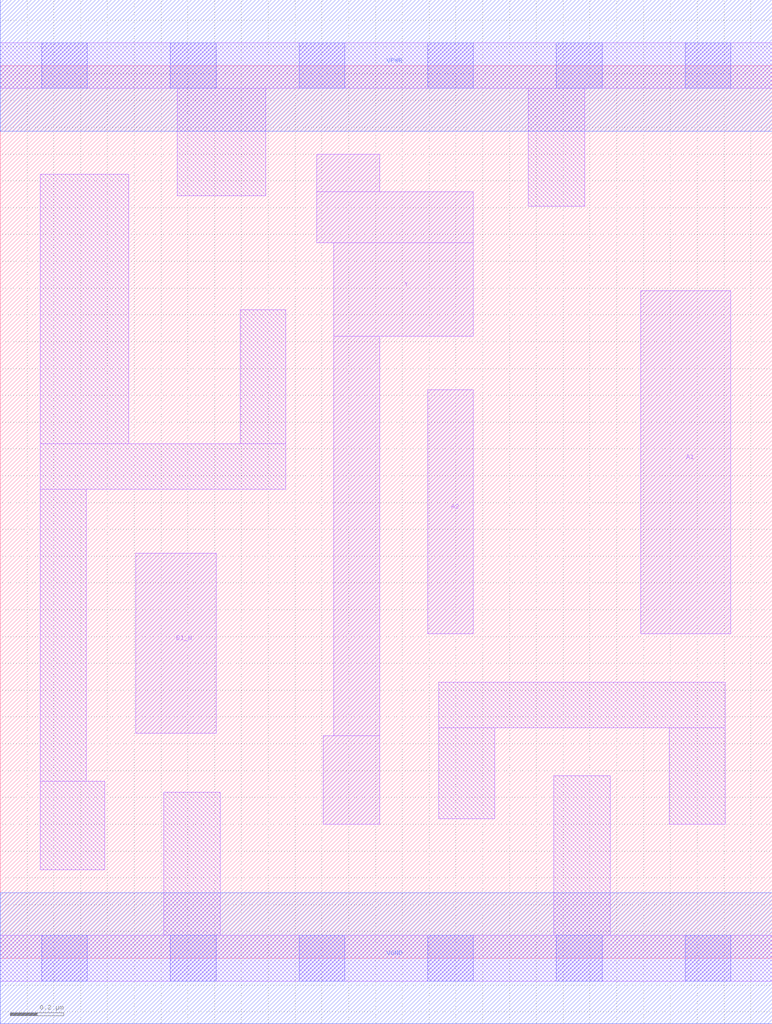
<source format=lef>
# Copyright 2020 The SkyWater PDK Authors
#
# Licensed under the Apache License, Version 2.0 (the "License");
# you may not use this file except in compliance with the License.
# You may obtain a copy of the License at
#
#     https://www.apache.org/licenses/LICENSE-2.0
#
# Unless required by applicable law or agreed to in writing, software
# distributed under the License is distributed on an "AS IS" BASIS,
# WITHOUT WARRANTIES OR CONDITIONS OF ANY KIND, either express or implied.
# See the License for the specific language governing permissions and
# limitations under the License.
#
# SPDX-License-Identifier: Apache-2.0

VERSION 5.7 ;
  NOWIREEXTENSIONATPIN ON ;
  DIVIDERCHAR "/" ;
  BUSBITCHARS "[]" ;
UNITS
  DATABASE MICRONS 200 ;
END UNITS
MACRO sky130_fd_sc_lp__o21bai_m
  CLASS CORE ;
  FOREIGN sky130_fd_sc_lp__o21bai_m ;
  ORIGIN  0.000000  0.000000 ;
  SIZE  2.880000 BY  3.330000 ;
  SYMMETRY X Y R90 ;
  SITE unit ;
  PIN A1
    ANTENNAGATEAREA  0.126000 ;
    DIRECTION INPUT ;
    USE SIGNAL ;
    PORT
      LAYER li1 ;
        RECT 2.390000 1.210000 2.725000 2.490000 ;
    END
  END A1
  PIN A2
    ANTENNAGATEAREA  0.126000 ;
    DIRECTION INPUT ;
    USE SIGNAL ;
    PORT
      LAYER li1 ;
        RECT 1.595000 1.210000 1.765000 2.120000 ;
    END
  END A2
  PIN B1_N
    ANTENNAGATEAREA  0.126000 ;
    DIRECTION INPUT ;
    USE SIGNAL ;
    PORT
      LAYER li1 ;
        RECT 0.505000 0.840000 0.805000 1.510000 ;
    END
  END B1_N
  PIN Y
    ANTENNADIFFAREA  0.228900 ;
    DIRECTION OUTPUT ;
    USE SIGNAL ;
    PORT
      LAYER li1 ;
        RECT 1.180000 2.670000 1.765000 2.860000 ;
        RECT 1.180000 2.860000 1.415000 3.000000 ;
        RECT 1.205000 0.500000 1.415000 0.830000 ;
        RECT 1.245000 0.830000 1.415000 2.320000 ;
        RECT 1.245000 2.320000 1.765000 2.670000 ;
    END
  END Y
  PIN VGND
    DIRECTION INOUT ;
    USE GROUND ;
    PORT
      LAYER met1 ;
        RECT 0.000000 -0.245000 2.880000 0.245000 ;
    END
  END VGND
  PIN VPWR
    DIRECTION INOUT ;
    USE POWER ;
    PORT
      LAYER met1 ;
        RECT 0.000000 3.085000 2.880000 3.575000 ;
    END
  END VPWR
  OBS
    LAYER li1 ;
      RECT 0.000000 -0.085000 2.880000 0.085000 ;
      RECT 0.000000  3.245000 2.880000 3.415000 ;
      RECT 0.150000  0.330000 0.390000 0.660000 ;
      RECT 0.150000  0.660000 0.320000 1.750000 ;
      RECT 0.150000  1.750000 1.065000 1.920000 ;
      RECT 0.150000  1.920000 0.480000 2.925000 ;
      RECT 0.610000  0.085000 0.820000 0.620000 ;
      RECT 0.660000  2.845000 0.990000 3.245000 ;
      RECT 0.895000  1.920000 1.065000 2.420000 ;
      RECT 1.635000  0.520000 1.845000 0.860000 ;
      RECT 1.635000  0.860000 2.705000 1.030000 ;
      RECT 1.970000  2.805000 2.180000 3.245000 ;
      RECT 2.065000  0.085000 2.275000 0.680000 ;
      RECT 2.495000  0.500000 2.705000 0.860000 ;
    LAYER mcon ;
      RECT 0.155000 -0.085000 0.325000 0.085000 ;
      RECT 0.155000  3.245000 0.325000 3.415000 ;
      RECT 0.635000 -0.085000 0.805000 0.085000 ;
      RECT 0.635000  3.245000 0.805000 3.415000 ;
      RECT 1.115000 -0.085000 1.285000 0.085000 ;
      RECT 1.115000  3.245000 1.285000 3.415000 ;
      RECT 1.595000 -0.085000 1.765000 0.085000 ;
      RECT 1.595000  3.245000 1.765000 3.415000 ;
      RECT 2.075000 -0.085000 2.245000 0.085000 ;
      RECT 2.075000  3.245000 2.245000 3.415000 ;
      RECT 2.555000 -0.085000 2.725000 0.085000 ;
      RECT 2.555000  3.245000 2.725000 3.415000 ;
  END
END sky130_fd_sc_lp__o21bai_m
END LIBRARY

</source>
